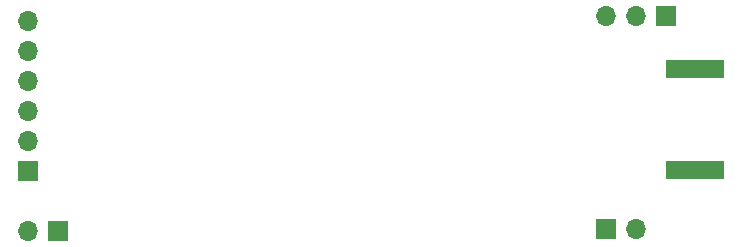
<source format=gbr>
%TF.GenerationSoftware,KiCad,Pcbnew,7.0.10*%
%TF.CreationDate,2024-02-11T10:45:53+07:00*%
%TF.ProjectId,PMOD-Pulser_update,504d4f44-2d50-4756-9c73-65725f757064,rev?*%
%TF.SameCoordinates,PX5e2ce30PY52bb330*%
%TF.FileFunction,Soldermask,Bot*%
%TF.FilePolarity,Negative*%
%FSLAX46Y46*%
G04 Gerber Fmt 4.6, Leading zero omitted, Abs format (unit mm)*
G04 Created by KiCad (PCBNEW 7.0.10) date 2024-02-11 10:45:53*
%MOMM*%
%LPD*%
G01*
G04 APERTURE LIST*
%ADD10R,1.700000X1.700000*%
%ADD11O,1.700000X1.700000*%
%ADD12R,4.900000X1.600000*%
G04 APERTURE END LIST*
D10*
%TO.C,J4*%
X58000000Y20000000D03*
D11*
X55460000Y20000000D03*
X52920000Y20000000D03*
%TD*%
D12*
%TO.C,J1*%
X60525000Y7000000D03*
X60525000Y15500000D03*
%TD*%
D10*
%TO.C,J6*%
X52920000Y2000000D03*
D11*
X55460000Y2000000D03*
%TD*%
D10*
%TO.C,J2*%
X6540000Y1800000D03*
D11*
X4000000Y1800000D03*
%TD*%
D10*
%TO.C,J3*%
X4000000Y6880000D03*
D11*
X4000000Y9420000D03*
X4000000Y11960000D03*
X4000000Y14500000D03*
X4000000Y17040000D03*
X4000000Y19580000D03*
%TD*%
M02*

</source>
